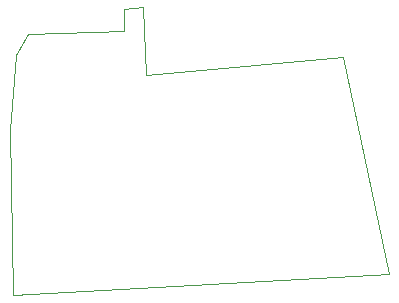
<source format=gbr>
G04 #@! TF.GenerationSoftware,KiCad,Pcbnew,(6.0.0-rc1-dev-347-gd8782b751)*
G04 #@! TF.CreationDate,2019-11-17T21:32:00+01:00*
G04 #@! TF.ProjectId,test_pos,746573745F706F732E6B696361645F70,rev?*
G04 #@! TF.SameCoordinates,Original*
G04 #@! TF.FileFunction,Profile,NP*
%FSLAX46Y46*%
G04 Gerber Fmt 4.6, Leading zero omitted, Abs format (unit mm)*
G04 Created by KiCad (PCBNEW (6.0.0-rc1-dev-347-gd8782b751)) date 11/17/19 21:32:00*
%MOMM*%
%LPD*%
G01*
G04 APERTURE LIST*
%ADD10C,0.050000*%
G04 APERTURE END LIST*
D10*
X42164000Y-15875000D02*
X25527000Y-17399000D01*
X46101000Y-34290000D02*
X42164000Y-15875000D01*
X14224000Y-36068000D02*
X46101000Y-34290000D01*
X13970000Y-22098000D02*
X14224000Y-36068000D01*
X23622000Y-11811000D02*
X23622000Y-13716000D01*
X25273000Y-11684000D02*
X23622000Y-11811000D01*
X25527000Y-17399000D02*
X25273000Y-11684000D01*
X14478000Y-15748000D02*
X15494000Y-13970000D01*
X13970000Y-22098000D02*
X14478000Y-15748000D01*
X15494000Y-13970000D02*
X23622000Y-13716000D01*
M02*

</source>
